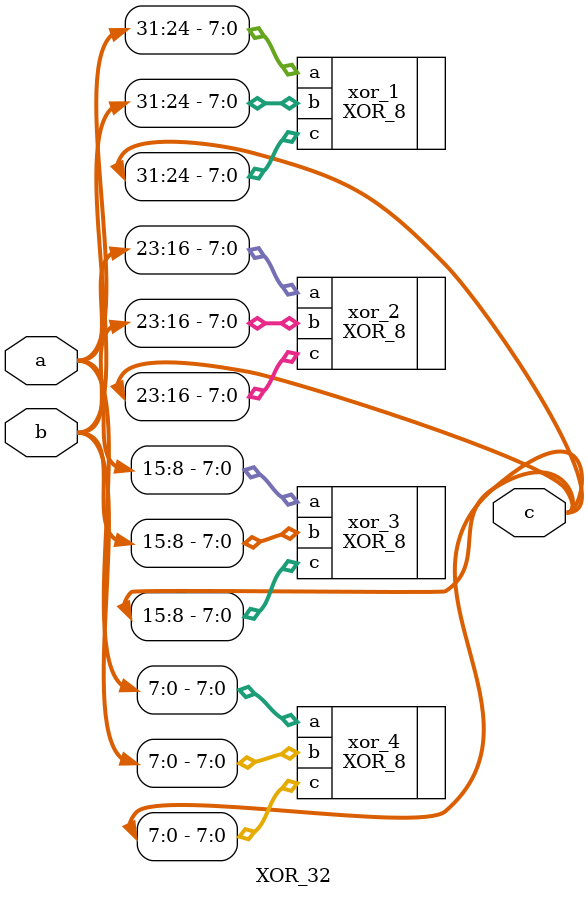
<source format=v>
module XOR_32(
		input [31:0] a,
		input [31:0] b,
		output [31:0] c
    );

    XOR_8 xor_1 (.a(a[31:24]) , .b(b[31:24]) , .c(c[31:24]));
    XOR_8 xor_2 (.a(a[23:16]) , .b(b[23:16]) , .c(c[23:16]));
    XOR_8 xor_3 (.a(a[15:8]) , .b(b[15:8]) , .c(c[15:8]));
    XOR_8 xor_4 (.a(a[7:0]) , .b(b[7:0]) , .c(c[7:0]));

endmodule
</source>
